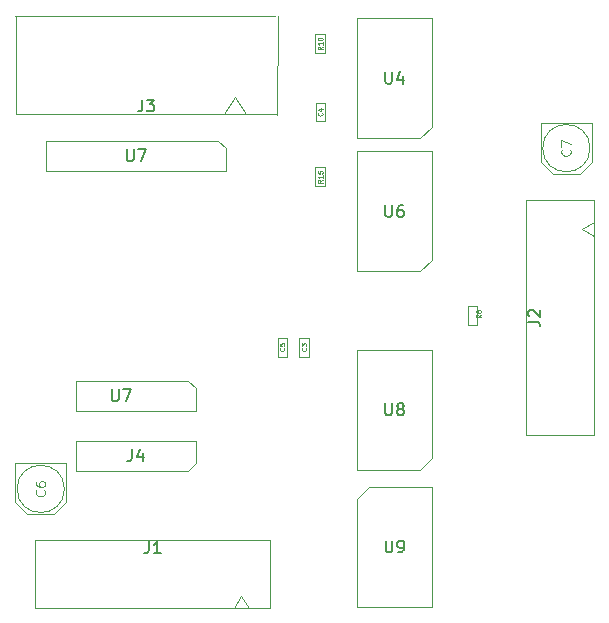
<source format=gbr>
%TF.GenerationSoftware,KiCad,Pcbnew,8.0.3*%
%TF.CreationDate,2024-06-13T16:05:26+05:30*%
%TF.ProjectId,OptoIsolation,4f70746f-4973-46f6-9c61-74696f6e2e6b,rev?*%
%TF.SameCoordinates,Original*%
%TF.FileFunction,AssemblyDrawing,Top*%
%FSLAX46Y46*%
G04 Gerber Fmt 4.6, Leading zero omitted, Abs format (unit mm)*
G04 Created by KiCad (PCBNEW 8.0.3) date 2024-06-13 16:05:26*
%MOMM*%
%LPD*%
G01*
G04 APERTURE LIST*
%ADD10C,0.150000*%
%ADD11C,0.060000*%
%ADD12C,0.120000*%
%ADD13C,0.100000*%
G04 APERTURE END LIST*
D10*
X192898095Y-75969819D02*
X192898095Y-76779342D01*
X192898095Y-76779342D02*
X192945714Y-76874580D01*
X192945714Y-76874580D02*
X192993333Y-76922200D01*
X192993333Y-76922200D02*
X193088571Y-76969819D01*
X193088571Y-76969819D02*
X193279047Y-76969819D01*
X193279047Y-76969819D02*
X193374285Y-76922200D01*
X193374285Y-76922200D02*
X193421904Y-76874580D01*
X193421904Y-76874580D02*
X193469523Y-76779342D01*
X193469523Y-76779342D02*
X193469523Y-75969819D01*
X194374285Y-75969819D02*
X194183809Y-75969819D01*
X194183809Y-75969819D02*
X194088571Y-76017438D01*
X194088571Y-76017438D02*
X194040952Y-76065057D01*
X194040952Y-76065057D02*
X193945714Y-76207914D01*
X193945714Y-76207914D02*
X193898095Y-76398390D01*
X193898095Y-76398390D02*
X193898095Y-76779342D01*
X193898095Y-76779342D02*
X193945714Y-76874580D01*
X193945714Y-76874580D02*
X193993333Y-76922200D01*
X193993333Y-76922200D02*
X194088571Y-76969819D01*
X194088571Y-76969819D02*
X194279047Y-76969819D01*
X194279047Y-76969819D02*
X194374285Y-76922200D01*
X194374285Y-76922200D02*
X194421904Y-76874580D01*
X194421904Y-76874580D02*
X194469523Y-76779342D01*
X194469523Y-76779342D02*
X194469523Y-76541247D01*
X194469523Y-76541247D02*
X194421904Y-76446009D01*
X194421904Y-76446009D02*
X194374285Y-76398390D01*
X194374285Y-76398390D02*
X194279047Y-76350771D01*
X194279047Y-76350771D02*
X194088571Y-76350771D01*
X194088571Y-76350771D02*
X193993333Y-76398390D01*
X193993333Y-76398390D02*
X193945714Y-76446009D01*
X193945714Y-76446009D02*
X193898095Y-76541247D01*
D11*
X187581927Y-73832142D02*
X187391451Y-73965475D01*
X187581927Y-74060713D02*
X187181927Y-74060713D01*
X187181927Y-74060713D02*
X187181927Y-73908332D01*
X187181927Y-73908332D02*
X187200975Y-73870237D01*
X187200975Y-73870237D02*
X187220022Y-73851190D01*
X187220022Y-73851190D02*
X187258118Y-73832142D01*
X187258118Y-73832142D02*
X187315260Y-73832142D01*
X187315260Y-73832142D02*
X187353356Y-73851190D01*
X187353356Y-73851190D02*
X187372403Y-73870237D01*
X187372403Y-73870237D02*
X187391451Y-73908332D01*
X187391451Y-73908332D02*
X187391451Y-74060713D01*
X187581927Y-73451190D02*
X187581927Y-73679761D01*
X187581927Y-73565475D02*
X187181927Y-73565475D01*
X187181927Y-73565475D02*
X187239070Y-73603571D01*
X187239070Y-73603571D02*
X187277165Y-73641666D01*
X187277165Y-73641666D02*
X187296213Y-73679761D01*
X187181927Y-73089285D02*
X187181927Y-73279761D01*
X187181927Y-73279761D02*
X187372403Y-73298809D01*
X187372403Y-73298809D02*
X187353356Y-73279761D01*
X187353356Y-73279761D02*
X187334308Y-73241666D01*
X187334308Y-73241666D02*
X187334308Y-73146428D01*
X187334308Y-73146428D02*
X187353356Y-73108333D01*
X187353356Y-73108333D02*
X187372403Y-73089285D01*
X187372403Y-73089285D02*
X187410499Y-73070238D01*
X187410499Y-73070238D02*
X187505737Y-73070238D01*
X187505737Y-73070238D02*
X187543832Y-73089285D01*
X187543832Y-73089285D02*
X187562880Y-73108333D01*
X187562880Y-73108333D02*
X187581927Y-73146428D01*
X187581927Y-73146428D02*
X187581927Y-73241666D01*
X187581927Y-73241666D02*
X187562880Y-73279761D01*
X187562880Y-73279761D02*
X187543832Y-73298809D01*
D10*
X204979819Y-85833333D02*
X205694104Y-85833333D01*
X205694104Y-85833333D02*
X205836961Y-85880952D01*
X205836961Y-85880952D02*
X205932200Y-85976190D01*
X205932200Y-85976190D02*
X205979819Y-86119047D01*
X205979819Y-86119047D02*
X205979819Y-86214285D01*
X205075057Y-85404761D02*
X205027438Y-85357142D01*
X205027438Y-85357142D02*
X204979819Y-85261904D01*
X204979819Y-85261904D02*
X204979819Y-85023809D01*
X204979819Y-85023809D02*
X205027438Y-84928571D01*
X205027438Y-84928571D02*
X205075057Y-84880952D01*
X205075057Y-84880952D02*
X205170295Y-84833333D01*
X205170295Y-84833333D02*
X205265533Y-84833333D01*
X205265533Y-84833333D02*
X205408390Y-84880952D01*
X205408390Y-84880952D02*
X205979819Y-85452380D01*
X205979819Y-85452380D02*
X205979819Y-84833333D01*
X169748095Y-91579819D02*
X169748095Y-92389342D01*
X169748095Y-92389342D02*
X169795714Y-92484580D01*
X169795714Y-92484580D02*
X169843333Y-92532200D01*
X169843333Y-92532200D02*
X169938571Y-92579819D01*
X169938571Y-92579819D02*
X170129047Y-92579819D01*
X170129047Y-92579819D02*
X170224285Y-92532200D01*
X170224285Y-92532200D02*
X170271904Y-92484580D01*
X170271904Y-92484580D02*
X170319523Y-92389342D01*
X170319523Y-92389342D02*
X170319523Y-91579819D01*
X170700476Y-91579819D02*
X171367142Y-91579819D01*
X171367142Y-91579819D02*
X170938571Y-92579819D01*
X171018095Y-71259819D02*
X171018095Y-72069342D01*
X171018095Y-72069342D02*
X171065714Y-72164580D01*
X171065714Y-72164580D02*
X171113333Y-72212200D01*
X171113333Y-72212200D02*
X171208571Y-72259819D01*
X171208571Y-72259819D02*
X171399047Y-72259819D01*
X171399047Y-72259819D02*
X171494285Y-72212200D01*
X171494285Y-72212200D02*
X171541904Y-72164580D01*
X171541904Y-72164580D02*
X171589523Y-72069342D01*
X171589523Y-72069342D02*
X171589523Y-71259819D01*
X171970476Y-71259819D02*
X172637142Y-71259819D01*
X172637142Y-71259819D02*
X172208571Y-72259819D01*
D11*
X187543832Y-68155966D02*
X187562880Y-68175014D01*
X187562880Y-68175014D02*
X187581927Y-68232156D01*
X187581927Y-68232156D02*
X187581927Y-68270252D01*
X187581927Y-68270252D02*
X187562880Y-68327395D01*
X187562880Y-68327395D02*
X187524784Y-68365490D01*
X187524784Y-68365490D02*
X187486689Y-68384537D01*
X187486689Y-68384537D02*
X187410499Y-68403585D01*
X187410499Y-68403585D02*
X187353356Y-68403585D01*
X187353356Y-68403585D02*
X187277165Y-68384537D01*
X187277165Y-68384537D02*
X187239070Y-68365490D01*
X187239070Y-68365490D02*
X187200975Y-68327395D01*
X187200975Y-68327395D02*
X187181927Y-68270252D01*
X187181927Y-68270252D02*
X187181927Y-68232156D01*
X187181927Y-68232156D02*
X187200975Y-68175014D01*
X187200975Y-68175014D02*
X187220022Y-68155966D01*
X187315260Y-67813109D02*
X187581927Y-67813109D01*
X187162880Y-67908347D02*
X187448594Y-68003585D01*
X187448594Y-68003585D02*
X187448594Y-67755966D01*
X184318832Y-88064966D02*
X184337880Y-88084014D01*
X184337880Y-88084014D02*
X184356927Y-88141156D01*
X184356927Y-88141156D02*
X184356927Y-88179252D01*
X184356927Y-88179252D02*
X184337880Y-88236395D01*
X184337880Y-88236395D02*
X184299784Y-88274490D01*
X184299784Y-88274490D02*
X184261689Y-88293537D01*
X184261689Y-88293537D02*
X184185499Y-88312585D01*
X184185499Y-88312585D02*
X184128356Y-88312585D01*
X184128356Y-88312585D02*
X184052165Y-88293537D01*
X184052165Y-88293537D02*
X184014070Y-88274490D01*
X184014070Y-88274490D02*
X183975975Y-88236395D01*
X183975975Y-88236395D02*
X183956927Y-88179252D01*
X183956927Y-88179252D02*
X183956927Y-88141156D01*
X183956927Y-88141156D02*
X183975975Y-88084014D01*
X183975975Y-88084014D02*
X183995022Y-88064966D01*
X183956927Y-87703061D02*
X183956927Y-87893537D01*
X183956927Y-87893537D02*
X184147403Y-87912585D01*
X184147403Y-87912585D02*
X184128356Y-87893537D01*
X184128356Y-87893537D02*
X184109308Y-87855442D01*
X184109308Y-87855442D02*
X184109308Y-87760204D01*
X184109308Y-87760204D02*
X184128356Y-87722109D01*
X184128356Y-87722109D02*
X184147403Y-87703061D01*
X184147403Y-87703061D02*
X184185499Y-87684014D01*
X184185499Y-87684014D02*
X184280737Y-87684014D01*
X184280737Y-87684014D02*
X184318832Y-87703061D01*
X184318832Y-87703061D02*
X184337880Y-87722109D01*
X184337880Y-87722109D02*
X184356927Y-87760204D01*
X184356927Y-87760204D02*
X184356927Y-87855442D01*
X184356927Y-87855442D02*
X184337880Y-87893537D01*
X184337880Y-87893537D02*
X184318832Y-87912585D01*
D10*
X172331666Y-67037319D02*
X172331666Y-67751604D01*
X172331666Y-67751604D02*
X172284047Y-67894461D01*
X172284047Y-67894461D02*
X172188809Y-67989700D01*
X172188809Y-67989700D02*
X172045952Y-68037319D01*
X172045952Y-68037319D02*
X171950714Y-68037319D01*
X172712619Y-67037319D02*
X173331666Y-67037319D01*
X173331666Y-67037319D02*
X172998333Y-67418271D01*
X172998333Y-67418271D02*
X173141190Y-67418271D01*
X173141190Y-67418271D02*
X173236428Y-67465890D01*
X173236428Y-67465890D02*
X173284047Y-67513509D01*
X173284047Y-67513509D02*
X173331666Y-67608747D01*
X173331666Y-67608747D02*
X173331666Y-67846842D01*
X173331666Y-67846842D02*
X173284047Y-67942080D01*
X173284047Y-67942080D02*
X173236428Y-67989700D01*
X173236428Y-67989700D02*
X173141190Y-68037319D01*
X173141190Y-68037319D02*
X172855476Y-68037319D01*
X172855476Y-68037319D02*
X172760238Y-67989700D01*
X172760238Y-67989700D02*
X172712619Y-67942080D01*
D11*
X200995800Y-85249066D02*
X200805324Y-85382399D01*
X200995800Y-85477637D02*
X200595800Y-85477637D01*
X200595800Y-85477637D02*
X200595800Y-85325256D01*
X200595800Y-85325256D02*
X200614848Y-85287161D01*
X200614848Y-85287161D02*
X200633895Y-85268114D01*
X200633895Y-85268114D02*
X200671991Y-85249066D01*
X200671991Y-85249066D02*
X200729133Y-85249066D01*
X200729133Y-85249066D02*
X200767229Y-85268114D01*
X200767229Y-85268114D02*
X200786276Y-85287161D01*
X200786276Y-85287161D02*
X200805324Y-85325256D01*
X200805324Y-85325256D02*
X200805324Y-85477637D01*
X200767229Y-85020495D02*
X200748181Y-85058590D01*
X200748181Y-85058590D02*
X200729133Y-85077637D01*
X200729133Y-85077637D02*
X200691038Y-85096685D01*
X200691038Y-85096685D02*
X200671991Y-85096685D01*
X200671991Y-85096685D02*
X200633895Y-85077637D01*
X200633895Y-85077637D02*
X200614848Y-85058590D01*
X200614848Y-85058590D02*
X200595800Y-85020495D01*
X200595800Y-85020495D02*
X200595800Y-84944304D01*
X200595800Y-84944304D02*
X200614848Y-84906209D01*
X200614848Y-84906209D02*
X200633895Y-84887161D01*
X200633895Y-84887161D02*
X200671991Y-84868114D01*
X200671991Y-84868114D02*
X200691038Y-84868114D01*
X200691038Y-84868114D02*
X200729133Y-84887161D01*
X200729133Y-84887161D02*
X200748181Y-84906209D01*
X200748181Y-84906209D02*
X200767229Y-84944304D01*
X200767229Y-84944304D02*
X200767229Y-85020495D01*
X200767229Y-85020495D02*
X200786276Y-85058590D01*
X200786276Y-85058590D02*
X200805324Y-85077637D01*
X200805324Y-85077637D02*
X200843419Y-85096685D01*
X200843419Y-85096685D02*
X200919610Y-85096685D01*
X200919610Y-85096685D02*
X200957705Y-85077637D01*
X200957705Y-85077637D02*
X200976753Y-85058590D01*
X200976753Y-85058590D02*
X200995800Y-85020495D01*
X200995800Y-85020495D02*
X200995800Y-84944304D01*
X200995800Y-84944304D02*
X200976753Y-84906209D01*
X200976753Y-84906209D02*
X200957705Y-84887161D01*
X200957705Y-84887161D02*
X200919610Y-84868114D01*
X200919610Y-84868114D02*
X200843419Y-84868114D01*
X200843419Y-84868114D02*
X200805324Y-84887161D01*
X200805324Y-84887161D02*
X200786276Y-84906209D01*
X200786276Y-84906209D02*
X200767229Y-84944304D01*
D12*
X208512664Y-71283332D02*
X208550760Y-71321428D01*
X208550760Y-71321428D02*
X208588855Y-71435713D01*
X208588855Y-71435713D02*
X208588855Y-71511904D01*
X208588855Y-71511904D02*
X208550760Y-71626190D01*
X208550760Y-71626190D02*
X208474569Y-71702380D01*
X208474569Y-71702380D02*
X208398379Y-71740475D01*
X208398379Y-71740475D02*
X208245998Y-71778571D01*
X208245998Y-71778571D02*
X208131712Y-71778571D01*
X208131712Y-71778571D02*
X207979331Y-71740475D01*
X207979331Y-71740475D02*
X207903140Y-71702380D01*
X207903140Y-71702380D02*
X207826950Y-71626190D01*
X207826950Y-71626190D02*
X207788855Y-71511904D01*
X207788855Y-71511904D02*
X207788855Y-71435713D01*
X207788855Y-71435713D02*
X207826950Y-71321428D01*
X207826950Y-71321428D02*
X207865045Y-71283332D01*
X207788855Y-71016666D02*
X207788855Y-70483332D01*
X207788855Y-70483332D02*
X208588855Y-70826190D01*
D10*
X192898095Y-64694819D02*
X192898095Y-65504342D01*
X192898095Y-65504342D02*
X192945714Y-65599580D01*
X192945714Y-65599580D02*
X192993333Y-65647200D01*
X192993333Y-65647200D02*
X193088571Y-65694819D01*
X193088571Y-65694819D02*
X193279047Y-65694819D01*
X193279047Y-65694819D02*
X193374285Y-65647200D01*
X193374285Y-65647200D02*
X193421904Y-65599580D01*
X193421904Y-65599580D02*
X193469523Y-65504342D01*
X193469523Y-65504342D02*
X193469523Y-64694819D01*
X194374285Y-65028152D02*
X194374285Y-65694819D01*
X194136190Y-64647200D02*
X193898095Y-65361485D01*
X193898095Y-65361485D02*
X194517142Y-65361485D01*
D12*
X164012664Y-100133332D02*
X164050760Y-100171428D01*
X164050760Y-100171428D02*
X164088855Y-100285713D01*
X164088855Y-100285713D02*
X164088855Y-100361904D01*
X164088855Y-100361904D02*
X164050760Y-100476190D01*
X164050760Y-100476190D02*
X163974569Y-100552380D01*
X163974569Y-100552380D02*
X163898379Y-100590475D01*
X163898379Y-100590475D02*
X163745998Y-100628571D01*
X163745998Y-100628571D02*
X163631712Y-100628571D01*
X163631712Y-100628571D02*
X163479331Y-100590475D01*
X163479331Y-100590475D02*
X163403140Y-100552380D01*
X163403140Y-100552380D02*
X163326950Y-100476190D01*
X163326950Y-100476190D02*
X163288855Y-100361904D01*
X163288855Y-100361904D02*
X163288855Y-100285713D01*
X163288855Y-100285713D02*
X163326950Y-100171428D01*
X163326950Y-100171428D02*
X163365045Y-100133332D01*
X163288855Y-99447618D02*
X163288855Y-99599999D01*
X163288855Y-99599999D02*
X163326950Y-99676190D01*
X163326950Y-99676190D02*
X163365045Y-99714285D01*
X163365045Y-99714285D02*
X163479331Y-99790475D01*
X163479331Y-99790475D02*
X163631712Y-99828571D01*
X163631712Y-99828571D02*
X163936474Y-99828571D01*
X163936474Y-99828571D02*
X164012664Y-99790475D01*
X164012664Y-99790475D02*
X164050760Y-99752380D01*
X164050760Y-99752380D02*
X164088855Y-99676190D01*
X164088855Y-99676190D02*
X164088855Y-99523809D01*
X164088855Y-99523809D02*
X164050760Y-99447618D01*
X164050760Y-99447618D02*
X164012664Y-99409523D01*
X164012664Y-99409523D02*
X163936474Y-99371428D01*
X163936474Y-99371428D02*
X163745998Y-99371428D01*
X163745998Y-99371428D02*
X163669807Y-99409523D01*
X163669807Y-99409523D02*
X163631712Y-99447618D01*
X163631712Y-99447618D02*
X163593617Y-99523809D01*
X163593617Y-99523809D02*
X163593617Y-99676190D01*
X163593617Y-99676190D02*
X163631712Y-99752380D01*
X163631712Y-99752380D02*
X163669807Y-99790475D01*
X163669807Y-99790475D02*
X163745998Y-99828571D01*
D10*
X192898095Y-92769019D02*
X192898095Y-93578542D01*
X192898095Y-93578542D02*
X192945714Y-93673780D01*
X192945714Y-93673780D02*
X192993333Y-93721400D01*
X192993333Y-93721400D02*
X193088571Y-93769019D01*
X193088571Y-93769019D02*
X193279047Y-93769019D01*
X193279047Y-93769019D02*
X193374285Y-93721400D01*
X193374285Y-93721400D02*
X193421904Y-93673780D01*
X193421904Y-93673780D02*
X193469523Y-93578542D01*
X193469523Y-93578542D02*
X193469523Y-92769019D01*
X194088571Y-93197590D02*
X193993333Y-93149971D01*
X193993333Y-93149971D02*
X193945714Y-93102352D01*
X193945714Y-93102352D02*
X193898095Y-93007114D01*
X193898095Y-93007114D02*
X193898095Y-92959495D01*
X193898095Y-92959495D02*
X193945714Y-92864257D01*
X193945714Y-92864257D02*
X193993333Y-92816638D01*
X193993333Y-92816638D02*
X194088571Y-92769019D01*
X194088571Y-92769019D02*
X194279047Y-92769019D01*
X194279047Y-92769019D02*
X194374285Y-92816638D01*
X194374285Y-92816638D02*
X194421904Y-92864257D01*
X194421904Y-92864257D02*
X194469523Y-92959495D01*
X194469523Y-92959495D02*
X194469523Y-93007114D01*
X194469523Y-93007114D02*
X194421904Y-93102352D01*
X194421904Y-93102352D02*
X194374285Y-93149971D01*
X194374285Y-93149971D02*
X194279047Y-93197590D01*
X194279047Y-93197590D02*
X194088571Y-93197590D01*
X194088571Y-93197590D02*
X193993333Y-93245209D01*
X193993333Y-93245209D02*
X193945714Y-93292828D01*
X193945714Y-93292828D02*
X193898095Y-93388066D01*
X193898095Y-93388066D02*
X193898095Y-93578542D01*
X193898095Y-93578542D02*
X193945714Y-93673780D01*
X193945714Y-93673780D02*
X193993333Y-93721400D01*
X193993333Y-93721400D02*
X194088571Y-93769019D01*
X194088571Y-93769019D02*
X194279047Y-93769019D01*
X194279047Y-93769019D02*
X194374285Y-93721400D01*
X194374285Y-93721400D02*
X194421904Y-93673780D01*
X194421904Y-93673780D02*
X194469523Y-93578542D01*
X194469523Y-93578542D02*
X194469523Y-93388066D01*
X194469523Y-93388066D02*
X194421904Y-93292828D01*
X194421904Y-93292828D02*
X194374285Y-93245209D01*
X194374285Y-93245209D02*
X194279047Y-93197590D01*
X172866666Y-104454819D02*
X172866666Y-105169104D01*
X172866666Y-105169104D02*
X172819047Y-105311961D01*
X172819047Y-105311961D02*
X172723809Y-105407200D01*
X172723809Y-105407200D02*
X172580952Y-105454819D01*
X172580952Y-105454819D02*
X172485714Y-105454819D01*
X173866666Y-105454819D02*
X173295238Y-105454819D01*
X173580952Y-105454819D02*
X173580952Y-104454819D01*
X173580952Y-104454819D02*
X173485714Y-104597676D01*
X173485714Y-104597676D02*
X173390476Y-104692914D01*
X173390476Y-104692914D02*
X173295238Y-104740533D01*
X171441666Y-96659819D02*
X171441666Y-97374104D01*
X171441666Y-97374104D02*
X171394047Y-97516961D01*
X171394047Y-97516961D02*
X171298809Y-97612200D01*
X171298809Y-97612200D02*
X171155952Y-97659819D01*
X171155952Y-97659819D02*
X171060714Y-97659819D01*
X172346428Y-96993152D02*
X172346428Y-97659819D01*
X172108333Y-96612200D02*
X171870238Y-97326485D01*
X171870238Y-97326485D02*
X172489285Y-97326485D01*
X192918095Y-104371419D02*
X192918095Y-105180942D01*
X192918095Y-105180942D02*
X192965714Y-105276180D01*
X192965714Y-105276180D02*
X193013333Y-105323800D01*
X193013333Y-105323800D02*
X193108571Y-105371419D01*
X193108571Y-105371419D02*
X193299047Y-105371419D01*
X193299047Y-105371419D02*
X193394285Y-105323800D01*
X193394285Y-105323800D02*
X193441904Y-105276180D01*
X193441904Y-105276180D02*
X193489523Y-105180942D01*
X193489523Y-105180942D02*
X193489523Y-104371419D01*
X194013333Y-105371419D02*
X194203809Y-105371419D01*
X194203809Y-105371419D02*
X194299047Y-105323800D01*
X194299047Y-105323800D02*
X194346666Y-105276180D01*
X194346666Y-105276180D02*
X194441904Y-105133323D01*
X194441904Y-105133323D02*
X194489523Y-104942847D01*
X194489523Y-104942847D02*
X194489523Y-104561895D01*
X194489523Y-104561895D02*
X194441904Y-104466657D01*
X194441904Y-104466657D02*
X194394285Y-104419038D01*
X194394285Y-104419038D02*
X194299047Y-104371419D01*
X194299047Y-104371419D02*
X194108571Y-104371419D01*
X194108571Y-104371419D02*
X194013333Y-104419038D01*
X194013333Y-104419038D02*
X193965714Y-104466657D01*
X193965714Y-104466657D02*
X193918095Y-104561895D01*
X193918095Y-104561895D02*
X193918095Y-104799990D01*
X193918095Y-104799990D02*
X193965714Y-104895228D01*
X193965714Y-104895228D02*
X194013333Y-104942847D01*
X194013333Y-104942847D02*
X194108571Y-104990466D01*
X194108571Y-104990466D02*
X194299047Y-104990466D01*
X194299047Y-104990466D02*
X194394285Y-104942847D01*
X194394285Y-104942847D02*
X194441904Y-104895228D01*
X194441904Y-104895228D02*
X194489523Y-104799990D01*
D11*
X186168832Y-88066666D02*
X186187880Y-88085714D01*
X186187880Y-88085714D02*
X186206927Y-88142856D01*
X186206927Y-88142856D02*
X186206927Y-88180952D01*
X186206927Y-88180952D02*
X186187880Y-88238095D01*
X186187880Y-88238095D02*
X186149784Y-88276190D01*
X186149784Y-88276190D02*
X186111689Y-88295237D01*
X186111689Y-88295237D02*
X186035499Y-88314285D01*
X186035499Y-88314285D02*
X185978356Y-88314285D01*
X185978356Y-88314285D02*
X185902165Y-88295237D01*
X185902165Y-88295237D02*
X185864070Y-88276190D01*
X185864070Y-88276190D02*
X185825975Y-88238095D01*
X185825975Y-88238095D02*
X185806927Y-88180952D01*
X185806927Y-88180952D02*
X185806927Y-88142856D01*
X185806927Y-88142856D02*
X185825975Y-88085714D01*
X185825975Y-88085714D02*
X185845022Y-88066666D01*
X185806927Y-87933333D02*
X185806927Y-87685714D01*
X185806927Y-87685714D02*
X185959308Y-87819047D01*
X185959308Y-87819047D02*
X185959308Y-87761904D01*
X185959308Y-87761904D02*
X185978356Y-87723809D01*
X185978356Y-87723809D02*
X185997403Y-87704761D01*
X185997403Y-87704761D02*
X186035499Y-87685714D01*
X186035499Y-87685714D02*
X186130737Y-87685714D01*
X186130737Y-87685714D02*
X186168832Y-87704761D01*
X186168832Y-87704761D02*
X186187880Y-87723809D01*
X186187880Y-87723809D02*
X186206927Y-87761904D01*
X186206927Y-87761904D02*
X186206927Y-87876190D01*
X186206927Y-87876190D02*
X186187880Y-87914285D01*
X186187880Y-87914285D02*
X186168832Y-87933333D01*
X187581927Y-62557142D02*
X187391451Y-62690475D01*
X187581927Y-62785713D02*
X187181927Y-62785713D01*
X187181927Y-62785713D02*
X187181927Y-62633332D01*
X187181927Y-62633332D02*
X187200975Y-62595237D01*
X187200975Y-62595237D02*
X187220022Y-62576190D01*
X187220022Y-62576190D02*
X187258118Y-62557142D01*
X187258118Y-62557142D02*
X187315260Y-62557142D01*
X187315260Y-62557142D02*
X187353356Y-62576190D01*
X187353356Y-62576190D02*
X187372403Y-62595237D01*
X187372403Y-62595237D02*
X187391451Y-62633332D01*
X187391451Y-62633332D02*
X187391451Y-62785713D01*
X187581927Y-62176190D02*
X187581927Y-62404761D01*
X187581927Y-62290475D02*
X187181927Y-62290475D01*
X187181927Y-62290475D02*
X187239070Y-62328571D01*
X187239070Y-62328571D02*
X187277165Y-62366666D01*
X187277165Y-62366666D02*
X187296213Y-62404761D01*
X187181927Y-61928571D02*
X187181927Y-61890476D01*
X187181927Y-61890476D02*
X187200975Y-61852380D01*
X187200975Y-61852380D02*
X187220022Y-61833333D01*
X187220022Y-61833333D02*
X187258118Y-61814285D01*
X187258118Y-61814285D02*
X187334308Y-61795238D01*
X187334308Y-61795238D02*
X187429546Y-61795238D01*
X187429546Y-61795238D02*
X187505737Y-61814285D01*
X187505737Y-61814285D02*
X187543832Y-61833333D01*
X187543832Y-61833333D02*
X187562880Y-61852380D01*
X187562880Y-61852380D02*
X187581927Y-61890476D01*
X187581927Y-61890476D02*
X187581927Y-61928571D01*
X187581927Y-61928571D02*
X187562880Y-61966666D01*
X187562880Y-61966666D02*
X187543832Y-61985714D01*
X187543832Y-61985714D02*
X187505737Y-62004761D01*
X187505737Y-62004761D02*
X187429546Y-62023809D01*
X187429546Y-62023809D02*
X187334308Y-62023809D01*
X187334308Y-62023809D02*
X187258118Y-62004761D01*
X187258118Y-62004761D02*
X187220022Y-61985714D01*
X187220022Y-61985714D02*
X187200975Y-61966666D01*
X187200975Y-61966666D02*
X187181927Y-61928571D01*
D13*
%TO.C,U6*%
X190485000Y-71435000D02*
X196835000Y-71435000D01*
X190485000Y-81595000D02*
X190485000Y-71435000D01*
X195835000Y-81595000D02*
X190485000Y-81595000D01*
X196835000Y-71435000D02*
X196835000Y-80595000D01*
X196835000Y-80595000D02*
X195835000Y-81595000D01*
%TO.C,R15*%
X186987500Y-72775000D02*
X187812500Y-72775000D01*
X186987500Y-74375000D02*
X186987500Y-72775000D01*
X187812500Y-72775000D02*
X187812500Y-74375000D01*
X187812500Y-74375000D02*
X186987500Y-74375000D01*
%TO.C,J2*%
X204825000Y-75550000D02*
X204825000Y-95450000D01*
X204825000Y-95450000D02*
X210575000Y-95450000D01*
X209575000Y-78000000D02*
X210575000Y-78625000D01*
X210575000Y-75550000D02*
X204825000Y-75550000D01*
X210575000Y-77375000D02*
X209575000Y-78000000D01*
X210575000Y-95450000D02*
X210575000Y-75550000D01*
%TO.C,U7*%
X164160000Y-70535000D02*
X178765000Y-70535000D01*
X164160000Y-73075000D02*
X164160000Y-70535000D01*
X166700000Y-90855000D02*
X176225000Y-90855000D01*
X166700000Y-93395000D02*
X166700000Y-90855000D01*
X176225000Y-90855000D02*
X176860000Y-91490000D01*
X176860000Y-91490000D02*
X176860000Y-93395000D01*
X176860000Y-93395000D02*
X166700000Y-93395000D01*
X178765000Y-70535000D02*
X179400000Y-71170000D01*
X179400000Y-71170000D02*
X179400000Y-73075000D01*
X179400000Y-73075000D02*
X164160000Y-73075000D01*
%TO.C,C4*%
X187000000Y-67289300D02*
X187800000Y-67289300D01*
X187000000Y-68889300D02*
X187000000Y-67289300D01*
X187800000Y-67289300D02*
X187800000Y-68889300D01*
X187800000Y-68889300D02*
X187000000Y-68889300D01*
%TO.C,C5*%
X183775000Y-87198300D02*
X184575000Y-87198300D01*
X183775000Y-88798300D02*
X183775000Y-87198300D01*
X184575000Y-87198300D02*
X184575000Y-88798300D01*
X184575000Y-88798300D02*
X183775000Y-88798300D01*
%TO.C,J3*%
X161665000Y-59932500D02*
X161665000Y-68282500D01*
X161665000Y-68282500D02*
X183665000Y-68282500D01*
X179215000Y-68282500D02*
X180165000Y-66782500D01*
X180165000Y-66782500D02*
X181115000Y-68282500D01*
X183555000Y-59932500D02*
X161555000Y-59932500D01*
X183727400Y-68341700D02*
X183775000Y-59932500D01*
%TO.C,R8*%
X199862500Y-84487500D02*
X200687500Y-84487500D01*
X199862500Y-86087500D02*
X199862500Y-84487500D01*
X200687500Y-84487500D02*
X200687500Y-86087500D01*
X200687500Y-86087500D02*
X199862500Y-86087500D01*
%TO.C,C7*%
X206075000Y-69000000D02*
X210375000Y-69000000D01*
X206075000Y-72300000D02*
X206075000Y-69000000D01*
X207075000Y-73300000D02*
X206075000Y-72300000D01*
X207075000Y-73300000D02*
X209375000Y-73300000D01*
X209375000Y-73300000D02*
X210375000Y-72300000D01*
X210375000Y-72300000D02*
X210375000Y-69000000D01*
X210225000Y-71150000D02*
G75*
G02*
X206225000Y-71150000I-2000000J0D01*
G01*
X206225000Y-71150000D02*
G75*
G02*
X210225000Y-71150000I2000000J0D01*
G01*
%TO.C,U4*%
X190485000Y-60160000D02*
X196835000Y-60160000D01*
X190485000Y-70320000D02*
X190485000Y-60160000D01*
X195835000Y-70320000D02*
X190485000Y-70320000D01*
X196835000Y-60160000D02*
X196835000Y-69320000D01*
X196835000Y-69320000D02*
X195835000Y-70320000D01*
%TO.C,C6*%
X161575000Y-97850000D02*
X165875000Y-97850000D01*
X161575000Y-101150000D02*
X161575000Y-97850000D01*
X162575000Y-102150000D02*
X161575000Y-101150000D01*
X162575000Y-102150000D02*
X164875000Y-102150000D01*
X164875000Y-102150000D02*
X165875000Y-101150000D01*
X165875000Y-101150000D02*
X165875000Y-97850000D01*
X165725000Y-100000000D02*
G75*
G02*
X161725000Y-100000000I-2000000J0D01*
G01*
X161725000Y-100000000D02*
G75*
G02*
X165725000Y-100000000I2000000J0D01*
G01*
%TO.C,U8*%
X190485000Y-88234200D02*
X196835000Y-88234200D01*
X190485000Y-98394200D02*
X190485000Y-88234200D01*
X195835000Y-98394200D02*
X190485000Y-98394200D01*
X196835000Y-88234200D02*
X196835000Y-97394200D01*
X196835000Y-97394200D02*
X195835000Y-98394200D01*
%TO.C,J1*%
X163250000Y-104300000D02*
X163250000Y-110050000D01*
X163250000Y-110050000D02*
X183150000Y-110050000D01*
X180700000Y-109050000D02*
X180075000Y-110050000D01*
X181325000Y-110050000D02*
X180700000Y-109050000D01*
X183150000Y-104300000D02*
X163250000Y-104300000D01*
X183150000Y-110050000D02*
X183150000Y-104300000D01*
%TO.C,J4*%
X166695000Y-95935000D02*
X176855000Y-95935000D01*
X166695000Y-98475000D02*
X166695000Y-95935000D01*
X176220000Y-98475000D02*
X166695000Y-98475000D01*
X176855000Y-95935000D02*
X176855000Y-97840000D01*
X176855000Y-97840000D02*
X176220000Y-98475000D01*
%TO.C,U9*%
X190505000Y-100836600D02*
X191505000Y-99836600D01*
X190505000Y-109996600D02*
X190505000Y-100836600D01*
X191505000Y-99836600D02*
X196855000Y-99836600D01*
X196855000Y-99836600D02*
X196855000Y-109996600D01*
X196855000Y-109996600D02*
X190505000Y-109996600D01*
%TO.C,C3*%
X185625000Y-87200000D02*
X186425000Y-87200000D01*
X185625000Y-88800000D02*
X185625000Y-87200000D01*
X186425000Y-87200000D02*
X186425000Y-88800000D01*
X186425000Y-88800000D02*
X185625000Y-88800000D01*
%TO.C,R10*%
X186987500Y-61500000D02*
X187812500Y-61500000D01*
X186987500Y-63100000D02*
X186987500Y-61500000D01*
X187812500Y-61500000D02*
X187812500Y-63100000D01*
X187812500Y-63100000D02*
X186987500Y-63100000D01*
%TD*%
M02*

</source>
